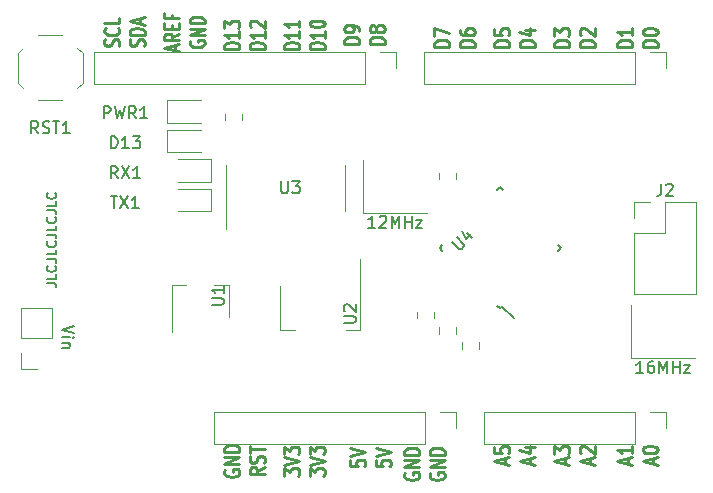
<source format=gbr>
%TF.GenerationSoftware,KiCad,Pcbnew,(5.1.2-1)-1*%
%TF.CreationDate,2019-12-21T14:34:47+05:30*%
%TF.ProjectId,Uno Panel,556e6f20-5061-46e6-956c-2e6b69636164,rev?*%
%TF.SameCoordinates,Original*%
%TF.FileFunction,Legend,Top*%
%TF.FilePolarity,Positive*%
%FSLAX46Y46*%
G04 Gerber Fmt 4.6, Leading zero omitted, Abs format (unit mm)*
G04 Created by KiCad (PCBNEW (5.1.2-1)-1) date 2019-12-21 14:34:47*
%MOMM*%
%LPD*%
G04 APERTURE LIST*
%ADD10C,0.150000*%
%ADD11C,0.228600*%
%ADD12C,0.120000*%
G04 APERTURE END LIST*
D10*
X14961904Y-168095238D02*
X15533333Y-168095238D01*
X15647619Y-168133333D01*
X15723809Y-168209523D01*
X15761904Y-168323809D01*
X15761904Y-168400000D01*
X15761904Y-167333333D02*
X15761904Y-167714285D01*
X14961904Y-167714285D01*
X15685714Y-166609523D02*
X15723809Y-166647619D01*
X15761904Y-166761904D01*
X15761904Y-166838095D01*
X15723809Y-166952380D01*
X15647619Y-167028571D01*
X15571428Y-167066666D01*
X15419047Y-167104761D01*
X15304761Y-167104761D01*
X15152380Y-167066666D01*
X15076190Y-167028571D01*
X15000000Y-166952380D01*
X14961904Y-166838095D01*
X14961904Y-166761904D01*
X15000000Y-166647619D01*
X15038095Y-166609523D01*
X14961904Y-166038095D02*
X15533333Y-166038095D01*
X15647619Y-166076190D01*
X15723809Y-166152380D01*
X15761904Y-166266666D01*
X15761904Y-166342857D01*
X15761904Y-165276190D02*
X15761904Y-165657142D01*
X14961904Y-165657142D01*
X15685714Y-164552380D02*
X15723809Y-164590476D01*
X15761904Y-164704761D01*
X15761904Y-164780952D01*
X15723809Y-164895238D01*
X15647619Y-164971428D01*
X15571428Y-165009523D01*
X15419047Y-165047619D01*
X15304761Y-165047619D01*
X15152380Y-165009523D01*
X15076190Y-164971428D01*
X15000000Y-164895238D01*
X14961904Y-164780952D01*
X14961904Y-164704761D01*
X15000000Y-164590476D01*
X15038095Y-164552380D01*
X14961904Y-163980952D02*
X15533333Y-163980952D01*
X15647619Y-164019047D01*
X15723809Y-164095238D01*
X15761904Y-164209523D01*
X15761904Y-164285714D01*
X15761904Y-163219047D02*
X15761904Y-163600000D01*
X14961904Y-163600000D01*
X15685714Y-162495238D02*
X15723809Y-162533333D01*
X15761904Y-162647619D01*
X15761904Y-162723809D01*
X15723809Y-162838095D01*
X15647619Y-162914285D01*
X15571428Y-162952380D01*
X15419047Y-162990476D01*
X15304761Y-162990476D01*
X15152380Y-162952380D01*
X15076190Y-162914285D01*
X15000000Y-162838095D01*
X14961904Y-162723809D01*
X14961904Y-162647619D01*
X15000000Y-162533333D01*
X15038095Y-162495238D01*
X14961904Y-161923809D02*
X15533333Y-161923809D01*
X15647619Y-161961904D01*
X15723809Y-162038095D01*
X15761904Y-162152380D01*
X15761904Y-162228571D01*
X15761904Y-161161904D02*
X15761904Y-161542857D01*
X14961904Y-161542857D01*
X15685714Y-160438095D02*
X15723809Y-160476190D01*
X15761904Y-160590476D01*
X15761904Y-160666666D01*
X15723809Y-160780952D01*
X15647619Y-160857142D01*
X15571428Y-160895238D01*
X15419047Y-160933333D01*
X15304761Y-160933333D01*
X15152380Y-160895238D01*
X15076190Y-160857142D01*
X15000000Y-160780952D01*
X14961904Y-160666666D01*
X14961904Y-160590476D01*
X15000000Y-160476190D01*
X15038095Y-160438095D01*
D11*
X25814866Y-148374704D02*
X25814866Y-147915085D01*
X26177723Y-148466628D02*
X24907723Y-148144895D01*
X26177723Y-147823161D01*
X26177723Y-146949885D02*
X25572961Y-147271619D01*
X26177723Y-147501428D02*
X24907723Y-147501428D01*
X24907723Y-147133733D01*
X24968200Y-147041809D01*
X25028676Y-146995847D01*
X25149628Y-146949885D01*
X25331057Y-146949885D01*
X25452009Y-146995847D01*
X25512485Y-147041809D01*
X25572961Y-147133733D01*
X25572961Y-147501428D01*
X25512485Y-146536228D02*
X25512485Y-146214495D01*
X26177723Y-146076609D02*
X26177723Y-146536228D01*
X24907723Y-146536228D01*
X24907723Y-146076609D01*
X25512485Y-145341219D02*
X25512485Y-145662952D01*
X26177723Y-145662952D02*
X24907723Y-145662952D01*
X24907723Y-145203333D01*
X27101800Y-147547390D02*
X27041323Y-147639314D01*
X27041323Y-147777200D01*
X27101800Y-147915085D01*
X27222752Y-148007009D01*
X27343704Y-148052971D01*
X27585609Y-148098933D01*
X27767038Y-148098933D01*
X28008942Y-148052971D01*
X28129895Y-148007009D01*
X28250847Y-147915085D01*
X28311323Y-147777200D01*
X28311323Y-147685276D01*
X28250847Y-147547390D01*
X28190371Y-147501428D01*
X27767038Y-147501428D01*
X27767038Y-147685276D01*
X28311323Y-147087771D02*
X27041323Y-147087771D01*
X28311323Y-146536228D01*
X27041323Y-146536228D01*
X28311323Y-146076609D02*
X27041323Y-146076609D01*
X27041323Y-145846800D01*
X27101800Y-145708914D01*
X27222752Y-145616990D01*
X27343704Y-145571028D01*
X27585609Y-145525066D01*
X27767038Y-145525066D01*
X28008942Y-145571028D01*
X28129895Y-145616990D01*
X28250847Y-145708914D01*
X28311323Y-145846800D01*
X28311323Y-146076609D01*
X21037247Y-148003562D02*
X21097723Y-147865676D01*
X21097723Y-147635867D01*
X21037247Y-147543943D01*
X20976771Y-147497981D01*
X20855819Y-147452019D01*
X20734866Y-147452019D01*
X20613914Y-147497981D01*
X20553438Y-147543943D01*
X20492961Y-147635867D01*
X20432485Y-147819714D01*
X20372009Y-147911638D01*
X20311533Y-147957600D01*
X20190580Y-148003562D01*
X20069628Y-148003562D01*
X19948676Y-147957600D01*
X19888200Y-147911638D01*
X19827723Y-147819714D01*
X19827723Y-147589905D01*
X19888200Y-147452019D01*
X20976771Y-146486819D02*
X21037247Y-146532781D01*
X21097723Y-146670667D01*
X21097723Y-146762590D01*
X21037247Y-146900476D01*
X20916295Y-146992400D01*
X20795342Y-147038362D01*
X20553438Y-147084324D01*
X20372009Y-147084324D01*
X20130104Y-147038362D01*
X20009152Y-146992400D01*
X19888200Y-146900476D01*
X19827723Y-146762590D01*
X19827723Y-146670667D01*
X19888200Y-146532781D01*
X19948676Y-146486819D01*
X21097723Y-145613543D02*
X21097723Y-146073162D01*
X19827723Y-146073162D01*
X23170847Y-148003562D02*
X23231323Y-147865676D01*
X23231323Y-147635867D01*
X23170847Y-147543943D01*
X23110371Y-147497981D01*
X22989419Y-147452019D01*
X22868466Y-147452019D01*
X22747514Y-147497981D01*
X22687038Y-147543943D01*
X22626561Y-147635867D01*
X22566085Y-147819714D01*
X22505609Y-147911638D01*
X22445133Y-147957600D01*
X22324180Y-148003562D01*
X22203228Y-148003562D01*
X22082276Y-147957600D01*
X22021800Y-147911638D01*
X21961323Y-147819714D01*
X21961323Y-147589905D01*
X22021800Y-147452019D01*
X23231323Y-147038362D02*
X21961323Y-147038362D01*
X21961323Y-146808552D01*
X22021800Y-146670667D01*
X22142752Y-146578743D01*
X22263704Y-146532781D01*
X22505609Y-146486819D01*
X22687038Y-146486819D01*
X22928942Y-146532781D01*
X23049895Y-146578743D01*
X23170847Y-146670667D01*
X23231323Y-146808552D01*
X23231323Y-147038362D01*
X22868466Y-146119124D02*
X22868466Y-145659505D01*
X23231323Y-146211048D02*
X21961323Y-145889314D01*
X23231323Y-145567581D01*
X49037723Y-148069904D02*
X47767723Y-148069904D01*
X47767723Y-147828000D01*
X47828200Y-147682857D01*
X47949152Y-147586095D01*
X48070104Y-147537714D01*
X48312009Y-147489333D01*
X48493438Y-147489333D01*
X48735342Y-147537714D01*
X48856295Y-147586095D01*
X48977247Y-147682857D01*
X49037723Y-147828000D01*
X49037723Y-148069904D01*
X47767723Y-147150666D02*
X47767723Y-146473333D01*
X49037723Y-146908761D01*
X51171323Y-148069904D02*
X49901323Y-148069904D01*
X49901323Y-147828000D01*
X49961800Y-147682857D01*
X50082752Y-147586095D01*
X50203704Y-147537714D01*
X50445609Y-147489333D01*
X50627038Y-147489333D01*
X50868942Y-147537714D01*
X50989895Y-147586095D01*
X51110847Y-147682857D01*
X51171323Y-147828000D01*
X51171323Y-148069904D01*
X49901323Y-146618476D02*
X49901323Y-146812000D01*
X49961800Y-146908761D01*
X50022276Y-146957142D01*
X50203704Y-147053904D01*
X50445609Y-147102285D01*
X50929419Y-147102285D01*
X51050371Y-147053904D01*
X51110847Y-147005523D01*
X51171323Y-146908761D01*
X51171323Y-146715238D01*
X51110847Y-146618476D01*
X51050371Y-146570095D01*
X50929419Y-146521714D01*
X50627038Y-146521714D01*
X50506085Y-146570095D01*
X50445609Y-146618476D01*
X50385133Y-146715238D01*
X50385133Y-146908761D01*
X50445609Y-147005523D01*
X50506085Y-147053904D01*
X50627038Y-147102285D01*
X31257723Y-148238028D02*
X29987723Y-148238028D01*
X29987723Y-148008219D01*
X30048200Y-147870333D01*
X30169152Y-147778409D01*
X30290104Y-147732447D01*
X30532009Y-147686485D01*
X30713438Y-147686485D01*
X30955342Y-147732447D01*
X31076295Y-147778409D01*
X31197247Y-147870333D01*
X31257723Y-148008219D01*
X31257723Y-148238028D01*
X31257723Y-146767247D02*
X31257723Y-147318790D01*
X31257723Y-147043019D02*
X29987723Y-147043019D01*
X30169152Y-147134942D01*
X30290104Y-147226866D01*
X30350580Y-147318790D01*
X29987723Y-146445514D02*
X29987723Y-145848009D01*
X30471533Y-146169742D01*
X30471533Y-146031857D01*
X30532009Y-145939933D01*
X30592485Y-145893971D01*
X30713438Y-145848009D01*
X31015819Y-145848009D01*
X31136771Y-145893971D01*
X31197247Y-145939933D01*
X31257723Y-146031857D01*
X31257723Y-146307628D01*
X31197247Y-146399552D01*
X31136771Y-146445514D01*
X33391323Y-148238028D02*
X32121323Y-148238028D01*
X32121323Y-148008219D01*
X32181800Y-147870333D01*
X32302752Y-147778409D01*
X32423704Y-147732447D01*
X32665609Y-147686485D01*
X32847038Y-147686485D01*
X33088942Y-147732447D01*
X33209895Y-147778409D01*
X33330847Y-147870333D01*
X33391323Y-148008219D01*
X33391323Y-148238028D01*
X33391323Y-146767247D02*
X33391323Y-147318790D01*
X33391323Y-147043019D02*
X32121323Y-147043019D01*
X32302752Y-147134942D01*
X32423704Y-147226866D01*
X32484180Y-147318790D01*
X32242276Y-146399552D02*
X32181800Y-146353590D01*
X32121323Y-146261666D01*
X32121323Y-146031857D01*
X32181800Y-145939933D01*
X32242276Y-145893971D01*
X32363228Y-145848009D01*
X32484180Y-145848009D01*
X32665609Y-145893971D01*
X33391323Y-146445514D01*
X33391323Y-145848009D01*
X36337723Y-148238028D02*
X35067723Y-148238028D01*
X35067723Y-148008219D01*
X35128200Y-147870333D01*
X35249152Y-147778409D01*
X35370104Y-147732447D01*
X35612009Y-147686485D01*
X35793438Y-147686485D01*
X36035342Y-147732447D01*
X36156295Y-147778409D01*
X36277247Y-147870333D01*
X36337723Y-148008219D01*
X36337723Y-148238028D01*
X36337723Y-146767247D02*
X36337723Y-147318790D01*
X36337723Y-147043019D02*
X35067723Y-147043019D01*
X35249152Y-147134942D01*
X35370104Y-147226866D01*
X35430580Y-147318790D01*
X36337723Y-145848009D02*
X36337723Y-146399552D01*
X36337723Y-146123780D02*
X35067723Y-146123780D01*
X35249152Y-146215704D01*
X35370104Y-146307628D01*
X35430580Y-146399552D01*
X38471323Y-148238028D02*
X37201323Y-148238028D01*
X37201323Y-148008219D01*
X37261800Y-147870333D01*
X37382752Y-147778409D01*
X37503704Y-147732447D01*
X37745609Y-147686485D01*
X37927038Y-147686485D01*
X38168942Y-147732447D01*
X38289895Y-147778409D01*
X38410847Y-147870333D01*
X38471323Y-148008219D01*
X38471323Y-148238028D01*
X38471323Y-146767247D02*
X38471323Y-147318790D01*
X38471323Y-147043019D02*
X37201323Y-147043019D01*
X37382752Y-147134942D01*
X37503704Y-147226866D01*
X37564180Y-147318790D01*
X37201323Y-146169742D02*
X37201323Y-146077819D01*
X37261800Y-145985895D01*
X37322276Y-145939933D01*
X37443228Y-145893971D01*
X37685133Y-145848009D01*
X37987514Y-145848009D01*
X38229419Y-145893971D01*
X38350371Y-145939933D01*
X38410847Y-145985895D01*
X38471323Y-146077819D01*
X38471323Y-146169742D01*
X38410847Y-146261666D01*
X38350371Y-146307628D01*
X38229419Y-146353590D01*
X37987514Y-146399552D01*
X37685133Y-146399552D01*
X37443228Y-146353590D01*
X37322276Y-146307628D01*
X37261800Y-146261666D01*
X37201323Y-146169742D01*
X41417723Y-147815904D02*
X40147723Y-147815904D01*
X40147723Y-147574000D01*
X40208200Y-147428857D01*
X40329152Y-147332095D01*
X40450104Y-147283714D01*
X40692009Y-147235333D01*
X40873438Y-147235333D01*
X41115342Y-147283714D01*
X41236295Y-147332095D01*
X41357247Y-147428857D01*
X41417723Y-147574000D01*
X41417723Y-147815904D01*
X41417723Y-146751523D02*
X41417723Y-146558000D01*
X41357247Y-146461238D01*
X41296771Y-146412857D01*
X41115342Y-146316095D01*
X40873438Y-146267714D01*
X40389628Y-146267714D01*
X40268676Y-146316095D01*
X40208200Y-146364476D01*
X40147723Y-146461238D01*
X40147723Y-146654761D01*
X40208200Y-146751523D01*
X40268676Y-146799904D01*
X40389628Y-146848285D01*
X40692009Y-146848285D01*
X40812961Y-146799904D01*
X40873438Y-146751523D01*
X40933914Y-146654761D01*
X40933914Y-146461238D01*
X40873438Y-146364476D01*
X40812961Y-146316095D01*
X40692009Y-146267714D01*
X43551323Y-147815904D02*
X42281323Y-147815904D01*
X42281323Y-147574000D01*
X42341800Y-147428857D01*
X42462752Y-147332095D01*
X42583704Y-147283714D01*
X42825609Y-147235333D01*
X43007038Y-147235333D01*
X43248942Y-147283714D01*
X43369895Y-147332095D01*
X43490847Y-147428857D01*
X43551323Y-147574000D01*
X43551323Y-147815904D01*
X42825609Y-146654761D02*
X42765133Y-146751523D01*
X42704657Y-146799904D01*
X42583704Y-146848285D01*
X42523228Y-146848285D01*
X42402276Y-146799904D01*
X42341800Y-146751523D01*
X42281323Y-146654761D01*
X42281323Y-146461238D01*
X42341800Y-146364476D01*
X42402276Y-146316095D01*
X42523228Y-146267714D01*
X42583704Y-146267714D01*
X42704657Y-146316095D01*
X42765133Y-146364476D01*
X42825609Y-146461238D01*
X42825609Y-146654761D01*
X42886085Y-146751523D01*
X42946561Y-146799904D01*
X43067514Y-146848285D01*
X43309419Y-146848285D01*
X43430371Y-146799904D01*
X43490847Y-146751523D01*
X43551323Y-146654761D01*
X43551323Y-146461238D01*
X43490847Y-146364476D01*
X43430371Y-146316095D01*
X43309419Y-146267714D01*
X43067514Y-146267714D01*
X42946561Y-146316095D01*
X42886085Y-146364476D01*
X42825609Y-146461238D01*
X54117723Y-148069904D02*
X52847723Y-148069904D01*
X52847723Y-147828000D01*
X52908200Y-147682857D01*
X53029152Y-147586095D01*
X53150104Y-147537714D01*
X53392009Y-147489333D01*
X53573438Y-147489333D01*
X53815342Y-147537714D01*
X53936295Y-147586095D01*
X54057247Y-147682857D01*
X54117723Y-147828000D01*
X54117723Y-148069904D01*
X52847723Y-146570095D02*
X52847723Y-147053904D01*
X53452485Y-147102285D01*
X53392009Y-147053904D01*
X53331533Y-146957142D01*
X53331533Y-146715238D01*
X53392009Y-146618476D01*
X53452485Y-146570095D01*
X53573438Y-146521714D01*
X53875819Y-146521714D01*
X53996771Y-146570095D01*
X54057247Y-146618476D01*
X54117723Y-146715238D01*
X54117723Y-146957142D01*
X54057247Y-147053904D01*
X53996771Y-147102285D01*
X56251323Y-148069904D02*
X54981323Y-148069904D01*
X54981323Y-147828000D01*
X55041800Y-147682857D01*
X55162752Y-147586095D01*
X55283704Y-147537714D01*
X55525609Y-147489333D01*
X55707038Y-147489333D01*
X55948942Y-147537714D01*
X56069895Y-147586095D01*
X56190847Y-147682857D01*
X56251323Y-147828000D01*
X56251323Y-148069904D01*
X55404657Y-146618476D02*
X56251323Y-146618476D01*
X54920847Y-146860380D02*
X55827990Y-147102285D01*
X55827990Y-146473333D01*
X59197723Y-148069904D02*
X57927723Y-148069904D01*
X57927723Y-147828000D01*
X57988200Y-147682857D01*
X58109152Y-147586095D01*
X58230104Y-147537714D01*
X58472009Y-147489333D01*
X58653438Y-147489333D01*
X58895342Y-147537714D01*
X59016295Y-147586095D01*
X59137247Y-147682857D01*
X59197723Y-147828000D01*
X59197723Y-148069904D01*
X57927723Y-147150666D02*
X57927723Y-146521714D01*
X58411533Y-146860380D01*
X58411533Y-146715238D01*
X58472009Y-146618476D01*
X58532485Y-146570095D01*
X58653438Y-146521714D01*
X58955819Y-146521714D01*
X59076771Y-146570095D01*
X59137247Y-146618476D01*
X59197723Y-146715238D01*
X59197723Y-147005523D01*
X59137247Y-147102285D01*
X59076771Y-147150666D01*
X61331323Y-148069904D02*
X60061323Y-148069904D01*
X60061323Y-147828000D01*
X60121800Y-147682857D01*
X60242752Y-147586095D01*
X60363704Y-147537714D01*
X60605609Y-147489333D01*
X60787038Y-147489333D01*
X61028942Y-147537714D01*
X61149895Y-147586095D01*
X61270847Y-147682857D01*
X61331323Y-147828000D01*
X61331323Y-148069904D01*
X60182276Y-147102285D02*
X60121800Y-147053904D01*
X60061323Y-146957142D01*
X60061323Y-146715238D01*
X60121800Y-146618476D01*
X60182276Y-146570095D01*
X60303228Y-146521714D01*
X60424180Y-146521714D01*
X60605609Y-146570095D01*
X61331323Y-147150666D01*
X61331323Y-146521714D01*
X64531723Y-148069904D02*
X63261723Y-148069904D01*
X63261723Y-147828000D01*
X63322200Y-147682857D01*
X63443152Y-147586095D01*
X63564104Y-147537714D01*
X63806009Y-147489333D01*
X63987438Y-147489333D01*
X64229342Y-147537714D01*
X64350295Y-147586095D01*
X64471247Y-147682857D01*
X64531723Y-147828000D01*
X64531723Y-148069904D01*
X64531723Y-146521714D02*
X64531723Y-147102285D01*
X64531723Y-146812000D02*
X63261723Y-146812000D01*
X63443152Y-146908761D01*
X63564104Y-147005523D01*
X63624580Y-147102285D01*
X66665323Y-148069904D02*
X65395323Y-148069904D01*
X65395323Y-147828000D01*
X65455800Y-147682857D01*
X65576752Y-147586095D01*
X65697704Y-147537714D01*
X65939609Y-147489333D01*
X66121038Y-147489333D01*
X66362942Y-147537714D01*
X66483895Y-147586095D01*
X66604847Y-147682857D01*
X66665323Y-147828000D01*
X66665323Y-148069904D01*
X65395323Y-146860380D02*
X65395323Y-146763619D01*
X65455800Y-146666857D01*
X65516276Y-146618476D01*
X65637228Y-146570095D01*
X65879133Y-146521714D01*
X66181514Y-146521714D01*
X66423419Y-146570095D01*
X66544371Y-146618476D01*
X66604847Y-146666857D01*
X66665323Y-146763619D01*
X66665323Y-146860380D01*
X66604847Y-146957142D01*
X66544371Y-147005523D01*
X66423419Y-147053904D01*
X66181514Y-147102285D01*
X65879133Y-147102285D01*
X65637228Y-147053904D01*
X65516276Y-147005523D01*
X65455800Y-146957142D01*
X65395323Y-146860380D01*
X53754866Y-183351714D02*
X53754866Y-182867904D01*
X54117723Y-183448476D02*
X52847723Y-183109809D01*
X54117723Y-182771142D01*
X52847723Y-181948666D02*
X52847723Y-182432476D01*
X53452485Y-182480857D01*
X53392009Y-182432476D01*
X53331533Y-182335714D01*
X53331533Y-182093809D01*
X53392009Y-181997047D01*
X53452485Y-181948666D01*
X53573438Y-181900285D01*
X53875819Y-181900285D01*
X53996771Y-181948666D01*
X54057247Y-181997047D01*
X54117723Y-182093809D01*
X54117723Y-182335714D01*
X54057247Y-182432476D01*
X53996771Y-182480857D01*
X55888466Y-183351714D02*
X55888466Y-182867904D01*
X56251323Y-183448476D02*
X54981323Y-183109809D01*
X56251323Y-182771142D01*
X55404657Y-181997047D02*
X56251323Y-181997047D01*
X54920847Y-182238952D02*
X55827990Y-182480857D01*
X55827990Y-181851904D01*
X58834866Y-183351714D02*
X58834866Y-182867904D01*
X59197723Y-183448476D02*
X57927723Y-183109809D01*
X59197723Y-182771142D01*
X57927723Y-182529238D02*
X57927723Y-181900285D01*
X58411533Y-182238952D01*
X58411533Y-182093809D01*
X58472009Y-181997047D01*
X58532485Y-181948666D01*
X58653438Y-181900285D01*
X58955819Y-181900285D01*
X59076771Y-181948666D01*
X59137247Y-181997047D01*
X59197723Y-182093809D01*
X59197723Y-182384095D01*
X59137247Y-182480857D01*
X59076771Y-182529238D01*
X60968466Y-183351714D02*
X60968466Y-182867904D01*
X61331323Y-183448476D02*
X60061323Y-183109809D01*
X61331323Y-182771142D01*
X60182276Y-182480857D02*
X60121800Y-182432476D01*
X60061323Y-182335714D01*
X60061323Y-182093809D01*
X60121800Y-181997047D01*
X60182276Y-181948666D01*
X60303228Y-181900285D01*
X60424180Y-181900285D01*
X60605609Y-181948666D01*
X61331323Y-182529238D01*
X61331323Y-181900285D01*
X64168866Y-183351714D02*
X64168866Y-182867904D01*
X64531723Y-183448476D02*
X63261723Y-183109809D01*
X64531723Y-182771142D01*
X64531723Y-181900285D02*
X64531723Y-182480857D01*
X64531723Y-182190571D02*
X63261723Y-182190571D01*
X63443152Y-182287333D01*
X63564104Y-182384095D01*
X63624580Y-182480857D01*
X66302466Y-183351714D02*
X66302466Y-182867904D01*
X66665323Y-183448476D02*
X65395323Y-183109809D01*
X66665323Y-182771142D01*
X65395323Y-182238952D02*
X65395323Y-182142190D01*
X65455800Y-182045428D01*
X65516276Y-181997047D01*
X65637228Y-181948666D01*
X65879133Y-181900285D01*
X66181514Y-181900285D01*
X66423419Y-181948666D01*
X66544371Y-181997047D01*
X66604847Y-182045428D01*
X66665323Y-182142190D01*
X66665323Y-182238952D01*
X66604847Y-182335714D01*
X66544371Y-182384095D01*
X66423419Y-182432476D01*
X66181514Y-182480857D01*
X65879133Y-182480857D01*
X65637228Y-182432476D01*
X65516276Y-182384095D01*
X65455800Y-182335714D01*
X65395323Y-182238952D01*
X30048200Y-183908095D02*
X29987723Y-184004857D01*
X29987723Y-184150000D01*
X30048200Y-184295142D01*
X30169152Y-184391904D01*
X30290104Y-184440285D01*
X30532009Y-184488666D01*
X30713438Y-184488666D01*
X30955342Y-184440285D01*
X31076295Y-184391904D01*
X31197247Y-184295142D01*
X31257723Y-184150000D01*
X31257723Y-184053238D01*
X31197247Y-183908095D01*
X31136771Y-183859714D01*
X30713438Y-183859714D01*
X30713438Y-184053238D01*
X31257723Y-183424285D02*
X29987723Y-183424285D01*
X31257723Y-182843714D01*
X29987723Y-182843714D01*
X31257723Y-182359904D02*
X29987723Y-182359904D01*
X29987723Y-182118000D01*
X30048200Y-181972857D01*
X30169152Y-181876095D01*
X30290104Y-181827714D01*
X30532009Y-181779333D01*
X30713438Y-181779333D01*
X30955342Y-181827714D01*
X31076295Y-181876095D01*
X31197247Y-181972857D01*
X31257723Y-182118000D01*
X31257723Y-182359904D01*
X33391323Y-183690380D02*
X32786561Y-184029047D01*
X33391323Y-184270952D02*
X32121323Y-184270952D01*
X32121323Y-183883904D01*
X32181800Y-183787142D01*
X32242276Y-183738761D01*
X32363228Y-183690380D01*
X32544657Y-183690380D01*
X32665609Y-183738761D01*
X32726085Y-183787142D01*
X32786561Y-183883904D01*
X32786561Y-184270952D01*
X33330847Y-183303333D02*
X33391323Y-183158190D01*
X33391323Y-182916285D01*
X33330847Y-182819523D01*
X33270371Y-182771142D01*
X33149419Y-182722761D01*
X33028466Y-182722761D01*
X32907514Y-182771142D01*
X32847038Y-182819523D01*
X32786561Y-182916285D01*
X32726085Y-183109809D01*
X32665609Y-183206571D01*
X32605133Y-183254952D01*
X32484180Y-183303333D01*
X32363228Y-183303333D01*
X32242276Y-183254952D01*
X32181800Y-183206571D01*
X32121323Y-183109809D01*
X32121323Y-182867904D01*
X32181800Y-182722761D01*
X32121323Y-182432476D02*
X32121323Y-181851904D01*
X33391323Y-182142190D02*
X32121323Y-182142190D01*
X35067723Y-184391904D02*
X35067723Y-183762952D01*
X35551533Y-184101619D01*
X35551533Y-183956476D01*
X35612009Y-183859714D01*
X35672485Y-183811333D01*
X35793438Y-183762952D01*
X36095819Y-183762952D01*
X36216771Y-183811333D01*
X36277247Y-183859714D01*
X36337723Y-183956476D01*
X36337723Y-184246761D01*
X36277247Y-184343523D01*
X36216771Y-184391904D01*
X35067723Y-183472666D02*
X36337723Y-183134000D01*
X35067723Y-182795333D01*
X35067723Y-182553428D02*
X35067723Y-181924476D01*
X35551533Y-182263142D01*
X35551533Y-182118000D01*
X35612009Y-182021238D01*
X35672485Y-181972857D01*
X35793438Y-181924476D01*
X36095819Y-181924476D01*
X36216771Y-181972857D01*
X36277247Y-182021238D01*
X36337723Y-182118000D01*
X36337723Y-182408285D01*
X36277247Y-182505047D01*
X36216771Y-182553428D01*
X37201323Y-184391904D02*
X37201323Y-183762952D01*
X37685133Y-184101619D01*
X37685133Y-183956476D01*
X37745609Y-183859714D01*
X37806085Y-183811333D01*
X37927038Y-183762952D01*
X38229419Y-183762952D01*
X38350371Y-183811333D01*
X38410847Y-183859714D01*
X38471323Y-183956476D01*
X38471323Y-184246761D01*
X38410847Y-184343523D01*
X38350371Y-184391904D01*
X37201323Y-183472666D02*
X38471323Y-183134000D01*
X37201323Y-182795333D01*
X37201323Y-182553428D02*
X37201323Y-181924476D01*
X37685133Y-182263142D01*
X37685133Y-182118000D01*
X37745609Y-182021238D01*
X37806085Y-181972857D01*
X37927038Y-181924476D01*
X38229419Y-181924476D01*
X38350371Y-181972857D01*
X38410847Y-182021238D01*
X38471323Y-182118000D01*
X38471323Y-182408285D01*
X38410847Y-182505047D01*
X38350371Y-182553428D01*
X40655723Y-183073523D02*
X40655723Y-183557333D01*
X41260485Y-183605714D01*
X41200009Y-183557333D01*
X41139533Y-183460571D01*
X41139533Y-183218666D01*
X41200009Y-183121904D01*
X41260485Y-183073523D01*
X41381438Y-183025142D01*
X41683819Y-183025142D01*
X41804771Y-183073523D01*
X41865247Y-183121904D01*
X41925723Y-183218666D01*
X41925723Y-183460571D01*
X41865247Y-183557333D01*
X41804771Y-183605714D01*
X40655723Y-182734857D02*
X41925723Y-182396190D01*
X40655723Y-182057523D01*
X42789323Y-183073523D02*
X42789323Y-183557333D01*
X43394085Y-183605714D01*
X43333609Y-183557333D01*
X43273133Y-183460571D01*
X43273133Y-183218666D01*
X43333609Y-183121904D01*
X43394085Y-183073523D01*
X43515038Y-183025142D01*
X43817419Y-183025142D01*
X43938371Y-183073523D01*
X43998847Y-183121904D01*
X44059323Y-183218666D01*
X44059323Y-183460571D01*
X43998847Y-183557333D01*
X43938371Y-183605714D01*
X42789323Y-182734857D02*
X44059323Y-182396190D01*
X42789323Y-182057523D01*
X45288200Y-184162095D02*
X45227723Y-184258857D01*
X45227723Y-184404000D01*
X45288200Y-184549142D01*
X45409152Y-184645904D01*
X45530104Y-184694285D01*
X45772009Y-184742666D01*
X45953438Y-184742666D01*
X46195342Y-184694285D01*
X46316295Y-184645904D01*
X46437247Y-184549142D01*
X46497723Y-184404000D01*
X46497723Y-184307238D01*
X46437247Y-184162095D01*
X46376771Y-184113714D01*
X45953438Y-184113714D01*
X45953438Y-184307238D01*
X46497723Y-183678285D02*
X45227723Y-183678285D01*
X46497723Y-183097714D01*
X45227723Y-183097714D01*
X46497723Y-182613904D02*
X45227723Y-182613904D01*
X45227723Y-182372000D01*
X45288200Y-182226857D01*
X45409152Y-182130095D01*
X45530104Y-182081714D01*
X45772009Y-182033333D01*
X45953438Y-182033333D01*
X46195342Y-182081714D01*
X46316295Y-182130095D01*
X46437247Y-182226857D01*
X46497723Y-182372000D01*
X46497723Y-182613904D01*
X47421800Y-184162095D02*
X47361323Y-184258857D01*
X47361323Y-184404000D01*
X47421800Y-184549142D01*
X47542752Y-184645904D01*
X47663704Y-184694285D01*
X47905609Y-184742666D01*
X48087038Y-184742666D01*
X48328942Y-184694285D01*
X48449895Y-184645904D01*
X48570847Y-184549142D01*
X48631323Y-184404000D01*
X48631323Y-184307238D01*
X48570847Y-184162095D01*
X48510371Y-184113714D01*
X48087038Y-184113714D01*
X48087038Y-184307238D01*
X48631323Y-183678285D02*
X47361323Y-183678285D01*
X48631323Y-183097714D01*
X47361323Y-183097714D01*
X48631323Y-182613904D02*
X47361323Y-182613904D01*
X47361323Y-182372000D01*
X47421800Y-182226857D01*
X47542752Y-182130095D01*
X47663704Y-182081714D01*
X47905609Y-182033333D01*
X48087038Y-182033333D01*
X48328942Y-182081714D01*
X48449895Y-182130095D01*
X48570847Y-182226857D01*
X48631323Y-182372000D01*
X48631323Y-182613904D01*
D12*
%TO.C,J6*%
X14100000Y-175370000D02*
X12770000Y-175370000D01*
X12770000Y-175370000D02*
X12770000Y-174040000D01*
X12770000Y-172770000D02*
X12770000Y-170170000D01*
X15430000Y-170170000D02*
X12770000Y-170170000D01*
X15430000Y-172770000D02*
X15430000Y-170170000D01*
X15430000Y-172770000D02*
X12770000Y-172770000D01*
%TO.C,J1*%
X29150000Y-179010000D02*
X29150000Y-181670000D01*
X46990000Y-179010000D02*
X29150000Y-179010000D01*
X46990000Y-181670000D02*
X29150000Y-181670000D01*
X46990000Y-179010000D02*
X46990000Y-181670000D01*
X48260000Y-179010000D02*
X49590000Y-179010000D01*
X49590000Y-179010000D02*
X49590000Y-180340000D01*
%TO.C,J2*%
X64710000Y-168970000D02*
X69910000Y-168970000D01*
X64710000Y-163830000D02*
X64710000Y-168970000D01*
X69910000Y-161230000D02*
X69910000Y-168970000D01*
X64710000Y-163830000D02*
X67310000Y-163830000D01*
X67310000Y-163830000D02*
X67310000Y-161230000D01*
X67310000Y-161230000D02*
X69910000Y-161230000D01*
X64710000Y-162560000D02*
X64710000Y-161230000D01*
X64710000Y-161230000D02*
X66040000Y-161230000D01*
%TO.C,J3*%
X18990000Y-148530000D02*
X18990000Y-151190000D01*
X41910000Y-148530000D02*
X18990000Y-148530000D01*
X41910000Y-151190000D02*
X18990000Y-151190000D01*
X41910000Y-148530000D02*
X41910000Y-151190000D01*
X43180000Y-148530000D02*
X44510000Y-148530000D01*
X44510000Y-148530000D02*
X44510000Y-149860000D01*
%TO.C,J4*%
X52010000Y-179010000D02*
X52010000Y-181670000D01*
X64770000Y-179010000D02*
X52010000Y-179010000D01*
X64770000Y-181670000D02*
X52010000Y-181670000D01*
X64770000Y-179010000D02*
X64770000Y-181670000D01*
X66040000Y-179010000D02*
X67370000Y-179010000D01*
X67370000Y-179010000D02*
X67370000Y-180340000D01*
%TO.C,J5*%
X46930000Y-148530000D02*
X46930000Y-151190000D01*
X64770000Y-148530000D02*
X46930000Y-148530000D01*
X64770000Y-151190000D02*
X46930000Y-151190000D01*
X64770000Y-148530000D02*
X64770000Y-151190000D01*
X66040000Y-148530000D02*
X67370000Y-148530000D01*
X67370000Y-148530000D02*
X67370000Y-149860000D01*
%TO.C,R1*%
X46280000Y-171039252D02*
X46280000Y-170516748D01*
X47700000Y-171039252D02*
X47700000Y-170516748D01*
%TO.C,R5*%
X49605000Y-171832748D02*
X49605000Y-172355252D01*
X48185000Y-171832748D02*
X48185000Y-172355252D01*
%TO.C,R6*%
X51510000Y-173102748D02*
X51510000Y-173625252D01*
X50090000Y-173102748D02*
X50090000Y-173625252D01*
%TO.C,RST1*%
X17540000Y-151560000D02*
X17990000Y-151110000D01*
X17540000Y-148160000D02*
X17990000Y-148610000D01*
X12940000Y-148160000D02*
X12490000Y-148610000D01*
X12940000Y-151560000D02*
X12490000Y-151110000D01*
X14240000Y-147110000D02*
X16240000Y-147110000D01*
X17990000Y-151110000D02*
X17990000Y-148610000D01*
X14240000Y-152610000D02*
X16240000Y-152610000D01*
X12490000Y-151110000D02*
X12490000Y-148610000D01*
%TO.C,U1*%
X29140000Y-168221000D02*
X30340000Y-168221000D01*
X30340000Y-168221000D02*
X30340000Y-170921000D01*
X25540000Y-172221000D02*
X25540000Y-168221000D01*
X25540000Y-168221000D02*
X26740000Y-168221000D01*
%TO.C,U2*%
X34690000Y-172090000D02*
X35950000Y-172090000D01*
X41510000Y-172090000D02*
X40250000Y-172090000D01*
X34690000Y-168330000D02*
X34690000Y-172090000D01*
X41510000Y-166080000D02*
X41510000Y-172090000D01*
%TO.C,U3*%
X40239000Y-160015000D02*
X40239000Y-158065000D01*
X40239000Y-160015000D02*
X40239000Y-161965000D01*
X30119000Y-160015000D02*
X30119000Y-158065000D01*
X30119000Y-160015000D02*
X30119000Y-163465000D01*
%TO.C,Y2*%
X41750000Y-157640000D02*
X41750000Y-162140000D01*
X41750000Y-162140000D02*
X47150000Y-162140000D01*
%TO.C,Y1*%
X64430000Y-169940000D02*
X64430000Y-174440000D01*
X64430000Y-174440000D02*
X69830000Y-174440000D01*
D10*
%TO.C,U4*%
X53340000Y-170226524D02*
X53499099Y-170067425D01*
X48213476Y-165100000D02*
X48443286Y-164870190D01*
X53340000Y-159973476D02*
X53110190Y-160203286D01*
X58466524Y-165100000D02*
X58236714Y-165329810D01*
X53340000Y-170226524D02*
X53110190Y-169996714D01*
X58466524Y-165100000D02*
X58236714Y-164870190D01*
X53340000Y-159973476D02*
X53569810Y-160203286D01*
X48213476Y-165100000D02*
X48443286Y-165329810D01*
X53499099Y-170067425D02*
X54506726Y-171075052D01*
D12*
%TO.C,D13*%
X28016600Y-155080000D02*
X25156600Y-155080000D01*
X25156600Y-155080000D02*
X25156600Y-157000000D01*
X25156600Y-157000000D02*
X28016600Y-157000000D01*
%TO.C,PWR1*%
X27991200Y-152580000D02*
X25131200Y-152580000D01*
X25131200Y-152580000D02*
X25131200Y-154500000D01*
X25131200Y-154500000D02*
X27991200Y-154500000D01*
%TO.C,C7*%
X31444000Y-153780748D02*
X31444000Y-154303252D01*
X30024000Y-153780748D02*
X30024000Y-154303252D01*
%TO.C,C13*%
X49605000Y-158742748D02*
X49605000Y-159265252D01*
X48185000Y-158742748D02*
X48185000Y-159265252D01*
%TO.C,TX1*%
X26025000Y-162000000D02*
X28885000Y-162000000D01*
X28885000Y-162000000D02*
X28885000Y-160080000D01*
X28885000Y-160080000D02*
X26025000Y-160080000D01*
%TO.C,RX1*%
X26025000Y-159500000D02*
X28885000Y-159500000D01*
X28885000Y-159500000D02*
X28885000Y-157580000D01*
X28885000Y-157580000D02*
X26025000Y-157580000D01*
%TO.C,J6*%
D10*
X17247619Y-171676190D02*
X16247619Y-172009523D01*
X17247619Y-172342857D01*
X16247619Y-172676190D02*
X16914285Y-172676190D01*
X17247619Y-172676190D02*
X17200000Y-172628571D01*
X17152380Y-172676190D01*
X17200000Y-172723809D01*
X17247619Y-172676190D01*
X17152380Y-172676190D01*
X16914285Y-173152380D02*
X16247619Y-173152380D01*
X16819047Y-173152380D02*
X16866666Y-173200000D01*
X16914285Y-173295238D01*
X16914285Y-173438095D01*
X16866666Y-173533333D01*
X16771428Y-173580952D01*
X16247619Y-173580952D01*
%TO.C,J2*%
X66976666Y-159682380D02*
X66976666Y-160396666D01*
X66929047Y-160539523D01*
X66833809Y-160634761D01*
X66690952Y-160682380D01*
X66595714Y-160682380D01*
X67405238Y-159777619D02*
X67452857Y-159730000D01*
X67548095Y-159682380D01*
X67786190Y-159682380D01*
X67881428Y-159730000D01*
X67929047Y-159777619D01*
X67976666Y-159872857D01*
X67976666Y-159968095D01*
X67929047Y-160110952D01*
X67357619Y-160682380D01*
X67976666Y-160682380D01*
%TO.C,RST1*%
X14216190Y-155392380D02*
X13882857Y-154916190D01*
X13644761Y-155392380D02*
X13644761Y-154392380D01*
X14025714Y-154392380D01*
X14120952Y-154440000D01*
X14168571Y-154487619D01*
X14216190Y-154582857D01*
X14216190Y-154725714D01*
X14168571Y-154820952D01*
X14120952Y-154868571D01*
X14025714Y-154916190D01*
X13644761Y-154916190D01*
X14597142Y-155344761D02*
X14740000Y-155392380D01*
X14978095Y-155392380D01*
X15073333Y-155344761D01*
X15120952Y-155297142D01*
X15168571Y-155201904D01*
X15168571Y-155106666D01*
X15120952Y-155011428D01*
X15073333Y-154963809D01*
X14978095Y-154916190D01*
X14787619Y-154868571D01*
X14692380Y-154820952D01*
X14644761Y-154773333D01*
X14597142Y-154678095D01*
X14597142Y-154582857D01*
X14644761Y-154487619D01*
X14692380Y-154440000D01*
X14787619Y-154392380D01*
X15025714Y-154392380D01*
X15168571Y-154440000D01*
X15454285Y-154392380D02*
X16025714Y-154392380D01*
X15740000Y-155392380D02*
X15740000Y-154392380D01*
X16882857Y-155392380D02*
X16311428Y-155392380D01*
X16597142Y-155392380D02*
X16597142Y-154392380D01*
X16501904Y-154535238D01*
X16406666Y-154630476D01*
X16311428Y-154678095D01*
%TO.C,U1*%
X28916380Y-169925904D02*
X29725904Y-169925904D01*
X29821142Y-169878285D01*
X29868761Y-169830666D01*
X29916380Y-169735428D01*
X29916380Y-169544952D01*
X29868761Y-169449714D01*
X29821142Y-169402095D01*
X29725904Y-169354476D01*
X28916380Y-169354476D01*
X29916380Y-168354476D02*
X29916380Y-168925904D01*
X29916380Y-168640190D02*
X28916380Y-168640190D01*
X29059238Y-168735428D01*
X29154476Y-168830666D01*
X29202095Y-168925904D01*
%TO.C,U2*%
X40092380Y-171449904D02*
X40901904Y-171449904D01*
X40997142Y-171402285D01*
X41044761Y-171354666D01*
X41092380Y-171259428D01*
X41092380Y-171068952D01*
X41044761Y-170973714D01*
X40997142Y-170926095D01*
X40901904Y-170878476D01*
X40092380Y-170878476D01*
X40187619Y-170449904D02*
X40140000Y-170402285D01*
X40092380Y-170307047D01*
X40092380Y-170068952D01*
X40140000Y-169973714D01*
X40187619Y-169926095D01*
X40282857Y-169878476D01*
X40378095Y-169878476D01*
X40520952Y-169926095D01*
X41092380Y-170497523D01*
X41092380Y-169878476D01*
%TO.C,U3*%
X34798095Y-159467380D02*
X34798095Y-160276904D01*
X34845714Y-160372142D01*
X34893333Y-160419761D01*
X34988571Y-160467380D01*
X35179047Y-160467380D01*
X35274285Y-160419761D01*
X35321904Y-160372142D01*
X35369523Y-160276904D01*
X35369523Y-159467380D01*
X35750476Y-159467380D02*
X36369523Y-159467380D01*
X36036190Y-159848333D01*
X36179047Y-159848333D01*
X36274285Y-159895952D01*
X36321904Y-159943571D01*
X36369523Y-160038809D01*
X36369523Y-160276904D01*
X36321904Y-160372142D01*
X36274285Y-160419761D01*
X36179047Y-160467380D01*
X35893333Y-160467380D01*
X35798095Y-160419761D01*
X35750476Y-160372142D01*
%TO.C,Y2*%
X42759523Y-163392380D02*
X42188095Y-163392380D01*
X42473809Y-163392380D02*
X42473809Y-162392380D01*
X42378571Y-162535238D01*
X42283333Y-162630476D01*
X42188095Y-162678095D01*
X43140476Y-162487619D02*
X43188095Y-162440000D01*
X43283333Y-162392380D01*
X43521428Y-162392380D01*
X43616666Y-162440000D01*
X43664285Y-162487619D01*
X43711904Y-162582857D01*
X43711904Y-162678095D01*
X43664285Y-162820952D01*
X43092857Y-163392380D01*
X43711904Y-163392380D01*
X44140476Y-163392380D02*
X44140476Y-162392380D01*
X44473809Y-163106666D01*
X44807142Y-162392380D01*
X44807142Y-163392380D01*
X45283333Y-163392380D02*
X45283333Y-162392380D01*
X45283333Y-162868571D02*
X45854761Y-162868571D01*
X45854761Y-163392380D02*
X45854761Y-162392380D01*
X46235714Y-162725714D02*
X46759523Y-162725714D01*
X46235714Y-163392380D01*
X46759523Y-163392380D01*
%TO.C,Y1*%
X65439523Y-175692380D02*
X64868095Y-175692380D01*
X65153809Y-175692380D02*
X65153809Y-174692380D01*
X65058571Y-174835238D01*
X64963333Y-174930476D01*
X64868095Y-174978095D01*
X66296666Y-174692380D02*
X66106190Y-174692380D01*
X66010952Y-174740000D01*
X65963333Y-174787619D01*
X65868095Y-174930476D01*
X65820476Y-175120952D01*
X65820476Y-175501904D01*
X65868095Y-175597142D01*
X65915714Y-175644761D01*
X66010952Y-175692380D01*
X66201428Y-175692380D01*
X66296666Y-175644761D01*
X66344285Y-175597142D01*
X66391904Y-175501904D01*
X66391904Y-175263809D01*
X66344285Y-175168571D01*
X66296666Y-175120952D01*
X66201428Y-175073333D01*
X66010952Y-175073333D01*
X65915714Y-175120952D01*
X65868095Y-175168571D01*
X65820476Y-175263809D01*
X66820476Y-175692380D02*
X66820476Y-174692380D01*
X67153809Y-175406666D01*
X67487142Y-174692380D01*
X67487142Y-175692380D01*
X67963333Y-175692380D02*
X67963333Y-174692380D01*
X67963333Y-175168571D02*
X68534761Y-175168571D01*
X68534761Y-175692380D02*
X68534761Y-174692380D01*
X68915714Y-175025714D02*
X69439523Y-175025714D01*
X68915714Y-175692380D01*
X69439523Y-175692380D01*
%TO.C,U4*%
X49239026Y-164616522D02*
X49811446Y-165188942D01*
X49912461Y-165222614D01*
X49979805Y-165222614D01*
X50080820Y-165188942D01*
X50215507Y-165054255D01*
X50249179Y-164953240D01*
X50249179Y-164885896D01*
X50215507Y-164784881D01*
X49643087Y-164212461D01*
X50518553Y-163808400D02*
X50989957Y-164279805D01*
X50080820Y-163707385D02*
X50417538Y-164380820D01*
X50855270Y-163943087D01*
%TO.C,D13*%
X20375714Y-156662380D02*
X20375714Y-155662380D01*
X20613809Y-155662380D01*
X20756666Y-155710000D01*
X20851904Y-155805238D01*
X20899523Y-155900476D01*
X20947142Y-156090952D01*
X20947142Y-156233809D01*
X20899523Y-156424285D01*
X20851904Y-156519523D01*
X20756666Y-156614761D01*
X20613809Y-156662380D01*
X20375714Y-156662380D01*
X21899523Y-156662380D02*
X21328095Y-156662380D01*
X21613809Y-156662380D02*
X21613809Y-155662380D01*
X21518571Y-155805238D01*
X21423333Y-155900476D01*
X21328095Y-155948095D01*
X22232857Y-155662380D02*
X22851904Y-155662380D01*
X22518571Y-156043333D01*
X22661428Y-156043333D01*
X22756666Y-156090952D01*
X22804285Y-156138571D01*
X22851904Y-156233809D01*
X22851904Y-156471904D01*
X22804285Y-156567142D01*
X22756666Y-156614761D01*
X22661428Y-156662380D01*
X22375714Y-156662380D01*
X22280476Y-156614761D01*
X22232857Y-156567142D01*
%TO.C,PWR1*%
X19780476Y-154122380D02*
X19780476Y-153122380D01*
X20161428Y-153122380D01*
X20256666Y-153170000D01*
X20304285Y-153217619D01*
X20351904Y-153312857D01*
X20351904Y-153455714D01*
X20304285Y-153550952D01*
X20256666Y-153598571D01*
X20161428Y-153646190D01*
X19780476Y-153646190D01*
X20685238Y-153122380D02*
X20923333Y-154122380D01*
X21113809Y-153408095D01*
X21304285Y-154122380D01*
X21542380Y-153122380D01*
X22494761Y-154122380D02*
X22161428Y-153646190D01*
X21923333Y-154122380D02*
X21923333Y-153122380D01*
X22304285Y-153122380D01*
X22399523Y-153170000D01*
X22447142Y-153217619D01*
X22494761Y-153312857D01*
X22494761Y-153455714D01*
X22447142Y-153550952D01*
X22399523Y-153598571D01*
X22304285Y-153646190D01*
X21923333Y-153646190D01*
X23447142Y-154122380D02*
X22875714Y-154122380D01*
X23161428Y-154122380D02*
X23161428Y-153122380D01*
X23066190Y-153265238D01*
X22970952Y-153360476D01*
X22875714Y-153408095D01*
%TO.C,TX1*%
X20351904Y-160742380D02*
X20923333Y-160742380D01*
X20637619Y-161742380D02*
X20637619Y-160742380D01*
X21161428Y-160742380D02*
X21828095Y-161742380D01*
X21828095Y-160742380D02*
X21161428Y-161742380D01*
X22732857Y-161742380D02*
X22161428Y-161742380D01*
X22447142Y-161742380D02*
X22447142Y-160742380D01*
X22351904Y-160885238D01*
X22256666Y-160980476D01*
X22161428Y-161028095D01*
%TO.C,RX1*%
X20947142Y-159202380D02*
X20613809Y-158726190D01*
X20375714Y-159202380D02*
X20375714Y-158202380D01*
X20756666Y-158202380D01*
X20851904Y-158250000D01*
X20899523Y-158297619D01*
X20947142Y-158392857D01*
X20947142Y-158535714D01*
X20899523Y-158630952D01*
X20851904Y-158678571D01*
X20756666Y-158726190D01*
X20375714Y-158726190D01*
X21280476Y-158202380D02*
X21947142Y-159202380D01*
X21947142Y-158202380D02*
X21280476Y-159202380D01*
X22851904Y-159202380D02*
X22280476Y-159202380D01*
X22566190Y-159202380D02*
X22566190Y-158202380D01*
X22470952Y-158345238D01*
X22375714Y-158440476D01*
X22280476Y-158488095D01*
%TD*%
M02*

</source>
